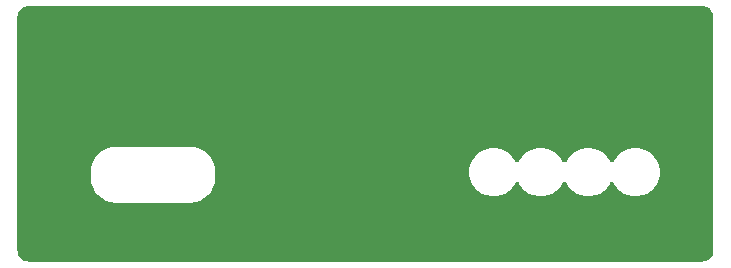
<source format=gbl>
G04*
G04 #@! TF.GenerationSoftware,Altium Limited,Altium Designer,25.8.1 (18)*
G04*
G04 Layer_Physical_Order=2*
G04 Layer_Color=16711680*
%FSLAX44Y44*%
%MOMM*%
G71*
G04*
G04 #@! TF.SameCoordinates,660DC164-2CAA-4719-B800-EFC6AEB113B0*
G04*
G04*
G04 #@! TF.FilePolarity,Positive*
G04*
G01*
G75*
%ADD13C,0.9000*%
G36*
X478247Y158340D02*
X480052Y157792D01*
X481715Y156903D01*
X483173Y155706D01*
X484370Y154249D01*
X485259Y152585D01*
X485807Y150780D01*
X486017Y148640D01*
Y-47834D01*
X485807Y-49974D01*
X485259Y-51779D01*
X484370Y-53442D01*
X483173Y-54900D01*
X481715Y-56097D01*
X480052Y-56986D01*
X478247Y-57533D01*
X476107Y-57744D01*
X-93367D01*
X-95507Y-57533D01*
X-97312Y-56986D01*
X-98975Y-56097D01*
X-100433Y-54900D01*
X-101630Y-53442D01*
X-102519Y-51779D01*
X-103066Y-49974D01*
X-103277Y-47834D01*
Y148640D01*
X-103066Y150780D01*
X-102519Y152585D01*
X-101630Y154249D01*
X-100433Y155707D01*
X-98975Y156903D01*
X-97312Y157792D01*
X-95507Y158340D01*
X-93367Y158550D01*
X476107D01*
X478247Y158340D01*
D02*
G37*
%LPC*%
G36*
X42901Y39497D02*
X42900Y39497D01*
X-19999Y39497D01*
X-20009Y39495D01*
X-24126Y39090D01*
X-28094Y37886D01*
X-31751Y35931D01*
X-34956Y33301D01*
X-37586Y30096D01*
X-39541Y26439D01*
X-40745Y22471D01*
X-41150Y18355D01*
X-41152Y18344D01*
X-41152Y13344D01*
X-41150Y13334D01*
X-40745Y9218D01*
X-39541Y5250D01*
X-37586Y1593D01*
X-34956Y-1612D01*
X-31751Y-4243D01*
X-28094Y-6198D01*
X-24126Y-7401D01*
X-20009Y-7807D01*
X-19999Y-7809D01*
X42900Y-7809D01*
X42901Y-7809D01*
Y-7809D01*
X42910Y-7807D01*
X47027Y-7401D01*
X50995Y-6198D01*
X54652Y-4243D01*
X57857Y-1612D01*
X60488Y1593D01*
X62443Y5250D01*
X63646Y9218D01*
X64052Y13335D01*
X64054Y13344D01*
X64054D01*
X64054Y13344D01*
X64054Y15884D01*
X64054Y18344D01*
X64054Y18344D01*
X64054D01*
X64052Y18353D01*
X63646Y22471D01*
X62442Y26439D01*
X60488Y30096D01*
X57857Y33301D01*
X54652Y35931D01*
X50995Y37886D01*
X47027Y39090D01*
X42910Y39495D01*
X42901Y39497D01*
Y39497D01*
D02*
G37*
G36*
X421939Y38500D02*
X417901D01*
X413941Y37712D01*
X410210Y36167D01*
X406852Y33923D01*
X403997Y31068D01*
X401753Y27710D01*
X401295Y26603D01*
X398546D01*
X398087Y27710D01*
X395844Y31068D01*
X392988Y33923D01*
X389631Y36167D01*
X385900Y37712D01*
X381939Y38500D01*
X377901D01*
X373941Y37712D01*
X370210Y36167D01*
X366852Y33923D01*
X363997Y31068D01*
X361753Y27710D01*
X361295Y26603D01*
X358546D01*
X358087Y27710D01*
X355844Y31068D01*
X352988Y33923D01*
X349631Y36167D01*
X345900Y37712D01*
X341939Y38500D01*
X337901D01*
X333941Y37712D01*
X330210Y36167D01*
X326852Y33923D01*
X323997Y31068D01*
X321753Y27710D01*
X321295Y26603D01*
X318546D01*
X318087Y27710D01*
X315844Y31068D01*
X312988Y33923D01*
X309631Y36167D01*
X305900Y37712D01*
X301939Y38500D01*
X297901D01*
X293941Y37712D01*
X290210Y36167D01*
X286852Y33923D01*
X283997Y31068D01*
X281753Y27710D01*
X280208Y23980D01*
X279420Y20019D01*
Y15981D01*
X280208Y12020D01*
X281753Y8290D01*
X283997Y4932D01*
X286852Y2077D01*
X290210Y-167D01*
X293941Y-1712D01*
X297901Y-2500D01*
X301939D01*
X305900Y-1712D01*
X309631Y-167D01*
X312988Y2077D01*
X315844Y4932D01*
X318087Y8290D01*
X318546Y9397D01*
X321295D01*
X321753Y8290D01*
X323997Y4932D01*
X326852Y2077D01*
X330210Y-167D01*
X333941Y-1712D01*
X337901Y-2500D01*
X341939D01*
X345900Y-1712D01*
X349631Y-167D01*
X352988Y2077D01*
X355844Y4932D01*
X358087Y8290D01*
X358546Y9397D01*
X361295D01*
X361753Y8290D01*
X363997Y4932D01*
X366852Y2077D01*
X370210Y-167D01*
X373941Y-1712D01*
X377901Y-2500D01*
X381939D01*
X385900Y-1712D01*
X389631Y-167D01*
X392988Y2077D01*
X395844Y4932D01*
X398087Y8290D01*
X398546Y9397D01*
X401295D01*
X401753Y8290D01*
X403997Y4932D01*
X406852Y2077D01*
X410210Y-167D01*
X413941Y-1712D01*
X417901Y-2500D01*
X421939D01*
X425900Y-1712D01*
X429631Y-167D01*
X432988Y2077D01*
X435844Y4932D01*
X438087Y8290D01*
X439632Y12020D01*
X440420Y15981D01*
Y20019D01*
X439632Y23980D01*
X438087Y27710D01*
X435844Y31068D01*
X432988Y33923D01*
X429631Y36167D01*
X425900Y37712D01*
X421939Y38500D01*
D02*
G37*
%LPD*%
D13*
X-97750Y-50500D02*
D03*
X479750Y153250D02*
D03*
M02*

</source>
